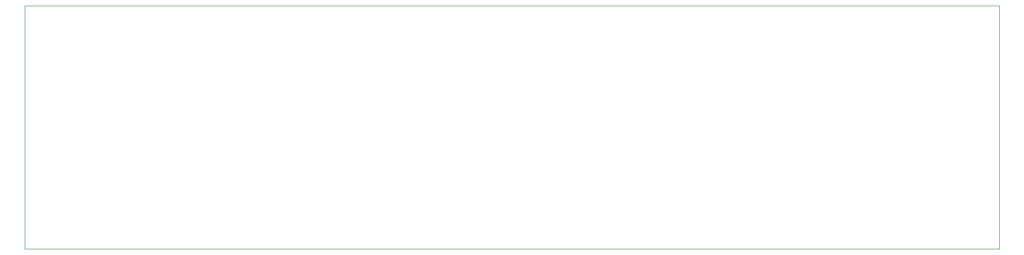
<source format=gbr>
%TF.GenerationSoftware,KiCad,Pcbnew,8.0.8*%
%TF.CreationDate,2025-04-10T10:16:36+02:00*%
%TF.ProjectId,Projet S6,50726f6a-6574-4205-9336-2e6b69636164,rev?*%
%TF.SameCoordinates,Original*%
%TF.FileFunction,Profile,NP*%
%FSLAX46Y46*%
G04 Gerber Fmt 4.6, Leading zero omitted, Abs format (unit mm)*
G04 Created by KiCad (PCBNEW 8.0.8) date 2025-04-10 10:16:36*
%MOMM*%
%LPD*%
G01*
G04 APERTURE LIST*
%TA.AperFunction,Profile*%
%ADD10C,0.050000*%
%TD*%
G04 APERTURE END LIST*
D10*
X69900000Y-79700000D02*
X229900000Y-79700000D01*
X229900000Y-119700000D01*
X69900000Y-119700000D01*
X69900000Y-79700000D01*
M02*

</source>
